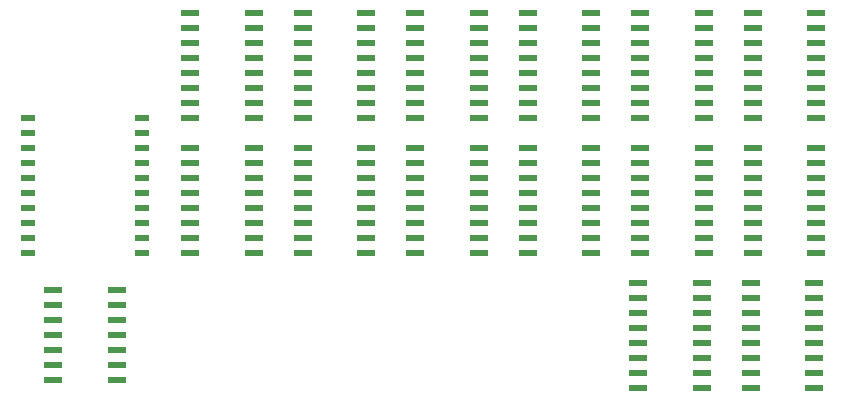
<source format=gbr>
%TF.GenerationSoftware,KiCad,Pcbnew,6.0.6-3a73a75311~116~ubuntu20.04.1*%
%TF.CreationDate,2022-07-29T20:39:59-07:00*%
%TF.ProjectId,ALUMux,414c554d-7578-42e6-9b69-6361645f7063,rev?*%
%TF.SameCoordinates,Original*%
%TF.FileFunction,Paste,Top*%
%TF.FilePolarity,Positive*%
%FSLAX46Y46*%
G04 Gerber Fmt 4.6, Leading zero omitted, Abs format (unit mm)*
G04 Created by KiCad (PCBNEW 6.0.6-3a73a75311~116~ubuntu20.04.1) date 2022-07-29 20:39:59*
%MOMM*%
%LPD*%
G01*
G04 APERTURE LIST*
%ADD10R,1.550000X0.600000*%
%ADD11R,1.300000X0.520000*%
G04 APERTURE END LIST*
D10*
%TO.C,U2MUX1*%
X135255000Y-117475000D03*
X135255000Y-118745000D03*
X135255000Y-120015000D03*
X135255000Y-121285000D03*
X135255000Y-122555000D03*
X135255000Y-123825000D03*
X135255000Y-125095000D03*
X135255000Y-126365000D03*
X140655000Y-126365000D03*
X140655000Y-125095000D03*
X140655000Y-123825000D03*
X140655000Y-122555000D03*
X140655000Y-121285000D03*
X140655000Y-120015000D03*
X140655000Y-118745000D03*
X140655000Y-117475000D03*
%TD*%
%TO.C,U4MUX3*%
X163830000Y-117475000D03*
X163830000Y-118745000D03*
X163830000Y-120015000D03*
X163830000Y-121285000D03*
X163830000Y-122555000D03*
X163830000Y-123825000D03*
X163830000Y-125095000D03*
X163830000Y-126365000D03*
X169230000Y-126365000D03*
X169230000Y-125095000D03*
X169230000Y-123825000D03*
X169230000Y-122555000D03*
X169230000Y-121285000D03*
X169230000Y-120015000D03*
X169230000Y-118745000D03*
X169230000Y-117475000D03*
%TD*%
%TO.C,U2MUX3*%
X173195000Y-128905000D03*
X173195000Y-130175000D03*
X173195000Y-131445000D03*
X173195000Y-132715000D03*
X173195000Y-133985000D03*
X173195000Y-135255000D03*
X173195000Y-136525000D03*
X173195000Y-137795000D03*
X178595000Y-137795000D03*
X178595000Y-136525000D03*
X178595000Y-135255000D03*
X178595000Y-133985000D03*
X178595000Y-132715000D03*
X178595000Y-131445000D03*
X178595000Y-130175000D03*
X178595000Y-128905000D03*
%TD*%
%TO.C,UADD2*%
X182880000Y-106045000D03*
X182880000Y-107315000D03*
X182880000Y-108585000D03*
X182880000Y-109855000D03*
X182880000Y-111125000D03*
X182880000Y-112395000D03*
X182880000Y-113665000D03*
X182880000Y-114935000D03*
X188280000Y-114935000D03*
X188280000Y-113665000D03*
X188280000Y-112395000D03*
X188280000Y-111125000D03*
X188280000Y-109855000D03*
X188280000Y-108585000D03*
X188280000Y-107315000D03*
X188280000Y-106045000D03*
%TD*%
%TO.C,U2MUX4*%
X182720000Y-128905000D03*
X182720000Y-130175000D03*
X182720000Y-131445000D03*
X182720000Y-132715000D03*
X182720000Y-133985000D03*
X182720000Y-135255000D03*
X182720000Y-136525000D03*
X182720000Y-137795000D03*
X188120000Y-137795000D03*
X188120000Y-136525000D03*
X188120000Y-135255000D03*
X188120000Y-133985000D03*
X188120000Y-132715000D03*
X188120000Y-131445000D03*
X188120000Y-130175000D03*
X188120000Y-128905000D03*
%TD*%
%TO.C,U4MUX1*%
X144780000Y-117475000D03*
X144780000Y-118745000D03*
X144780000Y-120015000D03*
X144780000Y-121285000D03*
X144780000Y-122555000D03*
X144780000Y-123825000D03*
X144780000Y-125095000D03*
X144780000Y-126365000D03*
X150180000Y-126365000D03*
X150180000Y-125095000D03*
X150180000Y-123825000D03*
X150180000Y-122555000D03*
X150180000Y-121285000D03*
X150180000Y-120015000D03*
X150180000Y-118745000D03*
X150180000Y-117475000D03*
%TD*%
%TO.C,U4MUX6*%
X154305000Y-106045000D03*
X154305000Y-107315000D03*
X154305000Y-108585000D03*
X154305000Y-109855000D03*
X154305000Y-111125000D03*
X154305000Y-112395000D03*
X154305000Y-113665000D03*
X154305000Y-114935000D03*
X159705000Y-114935000D03*
X159705000Y-113665000D03*
X159705000Y-112395000D03*
X159705000Y-111125000D03*
X159705000Y-109855000D03*
X159705000Y-108585000D03*
X159705000Y-107315000D03*
X159705000Y-106045000D03*
%TD*%
%TO.C,U4MUX5*%
X144780000Y-106045000D03*
X144780000Y-107315000D03*
X144780000Y-108585000D03*
X144780000Y-109855000D03*
X144780000Y-111125000D03*
X144780000Y-112395000D03*
X144780000Y-113665000D03*
X144780000Y-114935000D03*
X150180000Y-114935000D03*
X150180000Y-113665000D03*
X150180000Y-112395000D03*
X150180000Y-111125000D03*
X150180000Y-109855000D03*
X150180000Y-108585000D03*
X150180000Y-107315000D03*
X150180000Y-106045000D03*
%TD*%
D11*
%TO.C,UREG1*%
X121515000Y-114935000D03*
X121515000Y-116205000D03*
X121515000Y-117475000D03*
X121515000Y-118745000D03*
X121515000Y-120015000D03*
X121515000Y-121285000D03*
X121515000Y-122555000D03*
X121515000Y-123825000D03*
X121515000Y-125095000D03*
X121515000Y-126365000D03*
X131215000Y-126365000D03*
X131215000Y-125095000D03*
X131215000Y-123825000D03*
X131215000Y-122555000D03*
X131215000Y-121285000D03*
X131215000Y-120015000D03*
X131215000Y-118745000D03*
X131215000Y-117475000D03*
X131215000Y-116205000D03*
X131215000Y-114935000D03*
%TD*%
D10*
%TO.C,U4MUX4*%
X173355000Y-117475000D03*
X173355000Y-118745000D03*
X173355000Y-120015000D03*
X173355000Y-121285000D03*
X173355000Y-122555000D03*
X173355000Y-123825000D03*
X173355000Y-125095000D03*
X173355000Y-126365000D03*
X178755000Y-126365000D03*
X178755000Y-125095000D03*
X178755000Y-123825000D03*
X178755000Y-122555000D03*
X178755000Y-121285000D03*
X178755000Y-120015000D03*
X178755000Y-118745000D03*
X178755000Y-117475000D03*
%TD*%
%TO.C,U2MUX2*%
X135255000Y-106045000D03*
X135255000Y-107315000D03*
X135255000Y-108585000D03*
X135255000Y-109855000D03*
X135255000Y-111125000D03*
X135255000Y-112395000D03*
X135255000Y-113665000D03*
X135255000Y-114935000D03*
X140655000Y-114935000D03*
X140655000Y-113665000D03*
X140655000Y-112395000D03*
X140655000Y-111125000D03*
X140655000Y-109855000D03*
X140655000Y-108585000D03*
X140655000Y-107315000D03*
X140655000Y-106045000D03*
%TD*%
%TO.C,U4MUX7*%
X163830000Y-106045000D03*
X163830000Y-107315000D03*
X163830000Y-108585000D03*
X163830000Y-109855000D03*
X163830000Y-111125000D03*
X163830000Y-112395000D03*
X163830000Y-113665000D03*
X163830000Y-114935000D03*
X169230000Y-114935000D03*
X169230000Y-113665000D03*
X169230000Y-112395000D03*
X169230000Y-111125000D03*
X169230000Y-109855000D03*
X169230000Y-108585000D03*
X169230000Y-107315000D03*
X169230000Y-106045000D03*
%TD*%
%TO.C,U4MUX8*%
X173355000Y-106045000D03*
X173355000Y-107315000D03*
X173355000Y-108585000D03*
X173355000Y-109855000D03*
X173355000Y-111125000D03*
X173355000Y-112395000D03*
X173355000Y-113665000D03*
X173355000Y-114935000D03*
X178755000Y-114935000D03*
X178755000Y-113665000D03*
X178755000Y-112395000D03*
X178755000Y-111125000D03*
X178755000Y-109855000D03*
X178755000Y-108585000D03*
X178755000Y-107315000D03*
X178755000Y-106045000D03*
%TD*%
%TO.C,UAND1*%
X123665000Y-129540000D03*
X123665000Y-130810000D03*
X123665000Y-132080000D03*
X123665000Y-133350000D03*
X123665000Y-134620000D03*
X123665000Y-135890000D03*
X123665000Y-137160000D03*
X129065000Y-137160000D03*
X129065000Y-135890000D03*
X129065000Y-134620000D03*
X129065000Y-133350000D03*
X129065000Y-132080000D03*
X129065000Y-130810000D03*
X129065000Y-129540000D03*
%TD*%
%TO.C,UADD1*%
X182880000Y-117475000D03*
X182880000Y-118745000D03*
X182880000Y-120015000D03*
X182880000Y-121285000D03*
X182880000Y-122555000D03*
X182880000Y-123825000D03*
X182880000Y-125095000D03*
X182880000Y-126365000D03*
X188280000Y-126365000D03*
X188280000Y-125095000D03*
X188280000Y-123825000D03*
X188280000Y-122555000D03*
X188280000Y-121285000D03*
X188280000Y-120015000D03*
X188280000Y-118745000D03*
X188280000Y-117475000D03*
%TD*%
%TO.C,U4MUX2*%
X154305000Y-117475000D03*
X154305000Y-118745000D03*
X154305000Y-120015000D03*
X154305000Y-121285000D03*
X154305000Y-122555000D03*
X154305000Y-123825000D03*
X154305000Y-125095000D03*
X154305000Y-126365000D03*
X159705000Y-126365000D03*
X159705000Y-125095000D03*
X159705000Y-123825000D03*
X159705000Y-122555000D03*
X159705000Y-121285000D03*
X159705000Y-120015000D03*
X159705000Y-118745000D03*
X159705000Y-117475000D03*
%TD*%
M02*

</source>
